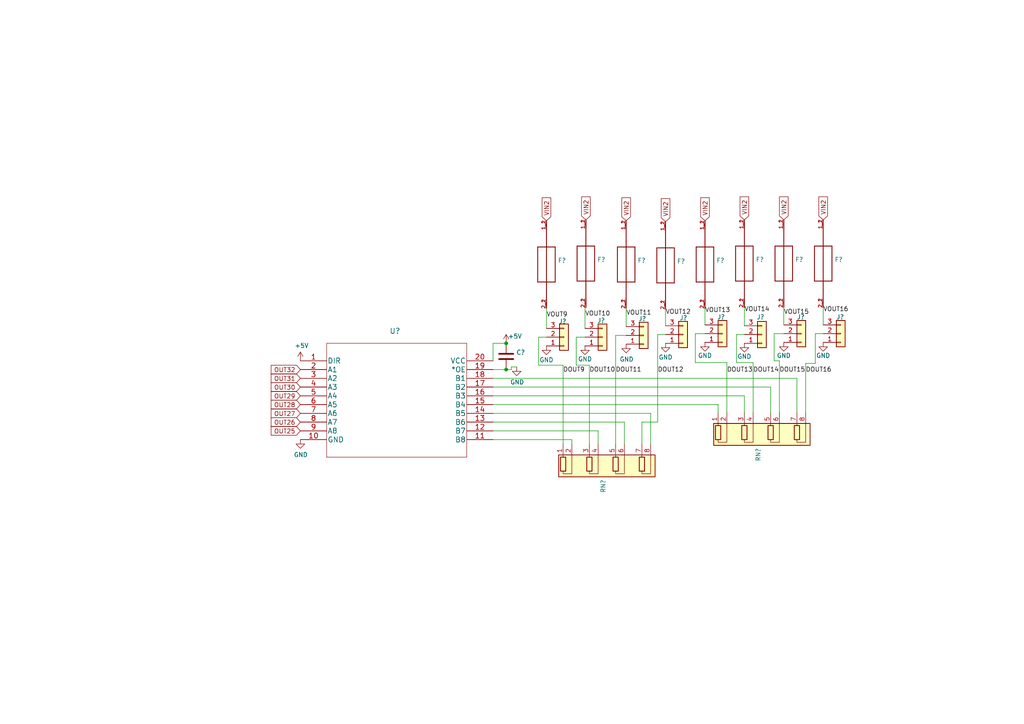
<source format=kicad_sch>
(kicad_sch (version 20211123) (generator eeschema)
  (paper "A4")
  (title_block (title "16 Expansion") (date "2022-05-08") (rev "v5") (company "Scott Hanson"))
  (lib_symbols
    (symbol "Connector_Generic:Conn_01x03" (pin_names (offset 1.016) hide)
      (property "Reference" "J" (at 0 5.08 0))
      (property "Value" "Conn_01x03" (at 0 -5.08 0))
      (symbol "Conn_01x03_1_1"
        (rectangle (start -1.27 -2.413) (end 0 -2.667) (stroke (width 0.1524)))
        (rectangle (start -1.27 0.127) (end 0 -0.127) (stroke (width 0.1524)))
        (rectangle (start -1.27 2.667) (end 0 2.413) (stroke (width 0.1524)))
        (rectangle (start -1.27 3.81) (end 1.27 -3.81) (stroke (width 0.254)) (fill (type background)))
        (pin passive line (at -5.08 2.54 0) (length 3.81) (name "Pin_1") (number "1"))
        (pin passive line (at -5.08 0 0) (length 3.81) (name "Pin_2") (number "2"))
        (pin passive line (at -5.08 -2.54 0) (length 3.81) (name "Pin_3") (number "3"))
      )
    )
    (symbol "PB_16-rescue:3544-2-Keystone_Fuse" (pin_names (offset 1.016) hide)
      (property "Reference" "F" (at -5.08 3.302 0))
      (property "Value" "3544-2-Keystone_Fuse" (at -5.08 -5.08 0))
      (symbol "3544-2-Keystone_Fuse_0_0"
        (polyline (pts (xy -12.7 0) (xy 12.7 0)) (stroke (width 0.254)))
        (polyline (pts (xy -5.08 -2.54) (xy -5.08 2.54)) (stroke (width 0.254)))
        (polyline (pts (xy -5.08 2.54) (xy 5.08 2.54)) (stroke (width 0.254)))
        (polyline (pts (xy 5.08 -2.54) (xy -5.08 -2.54)) (stroke (width 0.254)))
        (polyline (pts (xy 5.08 2.54) (xy 5.08 -2.54)) (stroke (width 0.254)))
        (pin passive line (at -12.7 0 0) (length 2.54) (name "1") (number "1_1"))
        (pin passive line (at -12.7 0 0) (length 2.54) (name "1") (number "1_2"))
        (pin passive line (at 12.7 0 180) (length 2.54) (name "2") (number "2_1"))
        (pin passive line (at 12.7 0 180) (length 2.54) (name "2") (number "2_2"))
      )
    )
    (symbol "PB_16-rescue:C-Device" (pin_numbers hide) (pin_names (offset 0.254))
      (property "Reference" "C" (at 0.635 2.54 0))
      (property "Value" "C-Device" (at 0.635 -2.54 0))
      (symbol "C-Device_0_1"
        (polyline (pts (xy -2.032 -0.762) (xy 2.032 -0.762)) (stroke (width 0.508)))
        (polyline (pts (xy -2.032 0.762) (xy 2.032 0.762)) (stroke (width 0.508)))
      )
      (symbol "C-Device_1_1"
        (pin passive line (at 0 3.81 270) (length 2.794) (name "~") (number "1"))
        (pin passive line (at 0 -3.81 90) (length 2.794) (name "~") (number "2"))
      )
    )
    (symbol "PB_16-rescue:R_Pack04_SIP-Device" (pin_names (offset 0) hide)
      (property "Reference" "RN" (at -15.24 0 90))
      (property "Value" "R_Pack04_SIP-Device" (at 15.24 0 90))
      (symbol "R_Pack04_SIP-Device_0_1"
        (rectangle (start -13.97 -1.905) (end 13.97 4.445) (stroke (width 0.254)) (fill (type background)))
        (rectangle (start -13.462 2.794) (end -11.938 -1.27) (stroke (width 0.254)))
        (rectangle (start -5.842 2.794) (end -4.318 -1.27) (stroke (width 0.254)))
        (polyline (pts (xy -12.7 2.794) (xy -12.7 3.556) (xy -10.16 3.556) (xy -10.16 -1.27)))
        (polyline (pts (xy -5.08 2.794) (xy -5.08 3.556) (xy -2.54 3.556) (xy -2.54 -1.27)))
        (polyline (pts (xy 2.54 2.794) (xy 2.54 3.556) (xy 5.08 3.556) (xy 5.08 -1.27)))
        (polyline (pts (xy 10.16 2.794) (xy 10.16 3.556) (xy 12.7 3.556) (xy 12.7 -1.27)))
        (rectangle (start 1.778 2.794) (end 3.302 -1.27) (stroke (width 0.254)))
        (rectangle (start 9.398 2.794) (end 10.922 -1.27) (stroke (width 0.254)))
      )
      (symbol "R_Pack04_SIP-Device_1_1"
        (pin passive line (at -12.7 -5.08 90) (length 3.81) (name "R1.1") (number "1"))
        (pin passive line (at -10.16 -5.08 90) (length 3.81) (name "R1.2") (number "2"))
        (pin passive line (at -5.08 -5.08 90) (length 3.81) (name "R2.1") (number "3"))
        (pin passive line (at -2.54 -5.08 90) (length 3.81) (name "R2.2") (number "4"))
        (pin passive line (at 2.54 -5.08 90) (length 3.81) (name "R3.1") (number "5"))
        (pin passive line (at 5.08 -5.08 90) (length 3.81) (name "R3.2") (number "6"))
        (pin passive line (at 10.16 -5.08 90) (length 3.81) (name "R4.1") (number "7"))
        (pin passive line (at 12.7 -5.08 90) (length 3.81) (name "R4.2") (number "8"))
      )
    )
    (symbol "PB_16-rescue:SN74HCT245N-SN74HCT245N" (pin_names (offset 0.254))
      (property "Reference" "U" (at 27.94 10.16 0))
      (property "Value" "SN74HCT245N-SN74HCT245N" (at 27.94 7.62 0))
      (symbol "SN74HCT245N-SN74HCT245N_1_0"
        (polyline (pts (xy 7.62 -27.94) (xy 48.26 -27.94)) (stroke (width 0.127)))
        (polyline (pts (xy 7.62 5.08) (xy 7.62 -27.94)) (stroke (width 0.127)))
        (polyline (pts (xy 48.26 -27.94) (xy 48.26 5.08)) (stroke (width 0.127)))
        (polyline (pts (xy 48.26 5.08) (xy 7.62 5.08)) (stroke (width 0.127)))
        (pin input line (at 0 0 0) (length 7.62) (name "DIR") (number "1"))
        (pin power_in line (at 0 -22.86 0) (length 7.62) (name "GND") (number "10"))
        (pin bidirectional line (at 55.88 -22.86 180) (length 7.62) (name "B8") (number "11"))
        (pin bidirectional line (at 55.88 -20.32 180) (length 7.62) (name "B7") (number "12"))
        (pin bidirectional line (at 55.88 -17.78 180) (length 7.62) (name "B6") (number "13"))
        (pin bidirectional line (at 55.88 -15.24 180) (length 7.62) (name "B5") (number "14"))
        (pin bidirectional line (at 55.88 -12.7 180) (length 7.62) (name "B4") (number "15"))
        (pin bidirectional line (at 55.88 -10.16 180) (length 7.62) (name "B3") (number "16"))
        (pin bidirectional line (at 55.88 -7.62 180) (length 7.62) (name "B2") (number "17"))
        (pin bidirectional line (at 55.88 -5.08 180) (length 7.62) (name "B1") (number "18"))
        (pin input line (at 55.88 -2.54 180) (length 7.62) (name "*OE") (number "19"))
        (pin bidirectional line (at 0 -2.54 0) (length 7.62) (name "A1") (number "2"))
        (pin power_in line (at 55.88 0 180) (length 7.62) (name "VCC") (number "20"))
        (pin bidirectional line (at 0 -5.08 0) (length 7.62) (name "A2") (number "3"))
        (pin bidirectional line (at 0 -7.62 0) (length 7.62) (name "A3") (number "4"))
        (pin bidirectional line (at 0 -10.16 0) (length 7.62) (name "A4") (number "5"))
        (pin bidirectional line (at 0 -12.7 0) (length 7.62) (name "A5") (number "6"))
        (pin bidirectional line (at 0 -15.24 0) (length 7.62) (name "A6") (number "7"))
        (pin bidirectional line (at 0 -17.78 0) (length 7.62) (name "A7") (number "8"))
        (pin bidirectional line (at 0 -20.32 0) (length 7.62) (name "A8") (number "9"))
      )
    )
    (symbol "power:+5V" (power) (pin_names (offset 0))
      (property "Value" "+5V" (at 0 3.556 0))
      (symbol "+5V_0_1"
        (polyline (pts (xy -0.762 1.27) (xy 0 2.54)))
        (polyline (pts (xy 0 0) (xy 0 2.54)))
        (polyline (pts (xy 0 2.54) (xy 0.762 1.27)))
      )
      (symbol "+5V_1_1"
        (pin power_in line (at 0 0 90) (length 0) hide (name "+5V") (number "1"))
      )
    )
    (symbol "power:GND" (power) (pin_names (offset 0))
      (property "Value" "GND" (at 0 -3.81 0))
      (symbol "GND_0_1"
        (polyline (pts (xy 0 0) (xy 0 -1.27) (xy 1.27 -1.27) (xy 0 -2.54) (xy -1.27 -1.27) (xy 0 -1.27)))
      )
      (symbol "GND_1_1"
        (pin power_in line (at 0 0 270) (length 0) hide (name "GND") (number "1"))
      )
    )
  )
  (junction (at 146.812 107.188))
  (junction (at 146.812 99.568))
  (wire (pts (xy 143.002 127.508) (xy 165.862 127.508)))
  (wire (pts (xy 181.102 122.428) (xy 181.102 128.778)))
  (wire (pts (xy 204.47 94.234) (xy 204.47 89.408)))
  (wire (pts (xy 163.322 128.778) (xy 163.322 105.918)))
  (wire (pts (xy 178.562 97.282) (xy 181.61 97.282)))
  (wire (pts (xy 215.9 89.154) (xy 215.9 94.488)))
  (wire (pts (xy 215.9 119.634) (xy 215.9 114.808)))
  (wire (pts (xy 213.614 97.028) (xy 213.614 105.156)))
  (wire (pts (xy 148.336 107.188) (xy 146.812 107.188)))
  (wire (pts (xy 143.002 117.348) (xy 208.28 117.348)))
  (wire (pts (xy 190.754 97.028) (xy 190.754 122.428)))
  (wire (pts (xy 204.47 96.774) (xy 201.676 96.774)))
  (wire (pts (xy 149.86 106.426) (xy 148.336 106.426)))
  (wire (pts (xy 215.9 97.028) (xy 213.614 97.028)))
  (wire (pts (xy 169.672 89.154) (xy 169.926 89.154)))
  (wire (pts (xy 226.06 119.634) (xy 226.06 104.648)))
  (wire (pts (xy 201.676 105.156) (xy 210.82 105.156)))
  (wire (pts (xy 143.002 122.428) (xy 181.102 122.428)))
  (wire (pts (xy 231.14 109.728) (xy 231.14 119.634)))
  (wire (pts (xy 236.474 105.41) (xy 236.474 96.774)))
  (wire (pts (xy 201.676 96.774) (xy 201.676 105.156)))
  (wire (pts (xy 156.21 97.79) (xy 158.496 97.79)))
  (wire (pts (xy 188.722 119.888) (xy 188.722 128.778)))
  (wire (pts (xy 148.336 106.426) (xy 148.336 107.188)))
  (wire (pts (xy 218.44 105.156) (xy 218.44 119.634)))
  (wire (pts (xy 227.33 89.154) (xy 227.33 94.234)))
  (wire (pts (xy 165.862 127.508) (xy 165.862 128.778)))
  (wire (pts (xy 178.562 128.778) (xy 178.562 97.282)))
  (wire (pts (xy 233.68 105.41) (xy 236.474 105.41)))
  (wire (pts (xy 158.496 89.408) (xy 158.496 95.25)))
  (wire (pts (xy 223.52 112.268) (xy 223.52 119.634)))
  (wire (pts (xy 167.132 105.918) (xy 167.132 97.79)))
  (wire (pts (xy 163.322 105.918) (xy 156.21 105.918)))
  (wire (pts (xy 213.614 105.156) (xy 218.44 105.156)))
  (wire (pts (xy 193.04 94.488) (xy 193.04 89.662)))
  (wire (pts (xy 169.672 95.25) (xy 169.672 89.154)))
  (wire (pts (xy 173.482 124.968) (xy 173.482 128.778)))
  (wire (pts (xy 143.002 119.888) (xy 188.722 119.888)))
  (wire (pts (xy 238.76 94.234) (xy 238.76 89.154)))
  (wire (pts (xy 224.536 96.774) (xy 227.33 96.774)))
  (wire (pts (xy 190.754 122.428) (xy 186.182 122.428)))
  (wire (pts (xy 226.06 104.648) (xy 224.536 104.648)))
  (wire (pts (xy 143.002 109.728) (xy 231.14 109.728)))
  (wire (pts (xy 208.28 117.348) (xy 208.28 119.634)))
  (wire (pts (xy 143.002 112.268) (xy 223.52 112.268)))
  (wire (pts (xy 143.002 124.968) (xy 173.482 124.968)))
  (wire (pts (xy 236.474 96.774) (xy 238.76 96.774)))
  (wire (pts (xy 143.002 114.808) (xy 215.9 114.808)))
  (wire (pts (xy 156.21 105.918) (xy 156.21 97.79)))
  (wire (pts (xy 170.942 105.918) (xy 167.132 105.918)))
  (wire (pts (xy 181.61 89.408) (xy 181.61 94.742)))
  (wire (pts (xy 146.812 99.568) (xy 143.002 99.568)))
  (wire (pts (xy 186.182 122.428) (xy 186.182 128.778)))
  (wire (pts (xy 143.002 99.568) (xy 143.002 104.648)))
  (wire (pts (xy 193.04 97.028) (xy 190.754 97.028)))
  (wire (pts (xy 224.536 104.648) (xy 224.536 96.774)))
  (wire (pts (xy 146.812 107.188) (xy 143.002 107.188)))
  (wire (pts (xy 210.82 105.156) (xy 210.82 119.634)))
  (wire (pts (xy 169.672 97.79) (xy 167.132 97.79)))
  (wire (pts (xy 170.942 128.778) (xy 170.942 105.918)))
  (wire (pts (xy 233.68 119.634) (xy 233.68 105.41)))
  (label "DOUT16" (at 233.68 108.204 0))
  (label "VOUT10" (at 169.672 91.948 0))
  (label "VOUT15" (at 227.33 91.44 0))
  (label "VOUT12" (at 193.04 91.44 0))
  (label "DOUT13" (at 210.82 108.204 0))
  (label "DOUT11" (at 178.562 108.204 0))
  (label "VOUT16" (at 238.76 90.678 0))
  (label "VOUT11" (at 181.61 91.694 0))
  (label "DOUT10" (at 170.942 108.204 0))
  (label "DOUT15" (at 226.06 108.204 0))
  (label "DOUT9" (at 163.322 108.204 0))
  (label "DOUT14" (at 218.44 108.204 0))
  (label "DOUT12" (at 190.754 108.204 0))
  (label "VOUT14" (at 215.9 90.678 0))
  (label "VOUT13" (at 204.47 90.932 0))
  (label "VOUT9" (at 158.496 92.202 0))
  (global_label "OUT30" (shape input) (at 87.122 112.268 180) (property "Intersheet References" "${INTERSHEET_REFS}" (effects hide)))
  (global_label "VIN2" (shape input) (at 193.04 64.262 90) (property "Intersheet References" "${INTERSHEET_REFS}" (effects hide)))
  (global_label "OUT25" (shape input) (at 87.122 124.968 180) (property "Intersheet References" "${INTERSHEET_REFS}" (effects hide)))
  (global_label "OUT26" (shape input) (at 87.122 122.428 180) (property "Intersheet References" "${INTERSHEET_REFS}" (effects hide)))
  (global_label "VIN2" (shape input) (at 215.9 63.754 90) (property "Intersheet References" "${INTERSHEET_REFS}" (effects hide)))
  (global_label "OUT27" (shape input) (at 87.122 119.888 180) (property "Intersheet References" "${INTERSHEET_REFS}" (effects hide)))
  (global_label "OUT28" (shape input) (at 87.122 117.348 180) (property "Intersheet References" "${INTERSHEET_REFS}" (effects hide)))
  (global_label "VIN2" (shape input) (at 227.33 63.754 90) (property "Intersheet References" "${INTERSHEET_REFS}" (effects hide)))
  (global_label "VIN2" (shape input) (at 238.76 63.754 90) (property "Intersheet References" "${INTERSHEET_REFS}" (effects hide)))
  (global_label "VIN2" (shape input) (at 204.47 64.008 90) (property "Intersheet References" "${INTERSHEET_REFS}" (effects hide)))
  (global_label "OUT32" (shape input) (at 87.122 107.188 180) (property "Intersheet References" "${INTERSHEET_REFS}" (effects hide)))
  (global_label "VIN2" (shape input) (at 158.496 64.008 90) (property "Intersheet References" "${INTERSHEET_REFS}" (effects hide)))
  (global_label "VIN2" (shape input) (at 181.61 64.008 90) (property "Intersheet References" "${INTERSHEET_REFS}" (effects hide)))
  (global_label "OUT31" (shape input) (at 87.122 109.728 180) (property "Intersheet References" "${INTERSHEET_REFS}" (effects hide)))
  (global_label "VIN2" (shape input) (at 169.926 63.754 90) (property "Intersheet References" "${INTERSHEET_REFS}" (effects hide)))
  (global_label "OUT29" (shape input) (at 87.122 114.808 180) (property "Intersheet References" "${INTERSHEET_REFS}" (effects hide)))
  (symbol (lib_id "Connector_Generic:Conn_01x03") (at 163.576 97.79 0) (mirror x) (unit 1)
    (property "Reference" "J?" (at 162.052 93.218 0) (effects (justify left)))
    (property "Digi-Key_PN" "277-5737-ND/ED10555-ND" (effects hide))
    (property "MPN" "1843619/OSTTJ0311530" (effects hide))
  )
  (symbol (lib_id "Connector_Generic:Conn_01x03") (at 174.752 97.79 0) (mirror x) (unit 1)
    (property "Reference" "J?" (at 173.228 92.964 0) (effects (justify left)))
    (property "Digi-Key_PN" "277-5737-ND/ED10555-ND" (effects hide))
    (property "MPN" "1843619/OSTTJ0311530" (effects hide))
  )
  (symbol (lib_id "Connector_Generic:Conn_01x03") (at 186.69 97.282 0) (mirror x) (unit 1)
    (property "Reference" "J?" (at 185.166 92.456 0) (effects (justify left)))
    (property "Digi-Key_PN" "277-5737-ND/ED10555-ND" (effects hide))
    (property "MPN" "1843619/OSTTJ0311530" (effects hide))
  )
  (symbol (lib_id "Connector_Generic:Conn_01x03") (at 198.12 97.028 0) (mirror x) (unit 1)
    (property "Reference" "J?" (at 197.104 92.202 0) (effects (justify left)))
    (property "Digi-Key_PN" "277-5737-ND/ED10555-ND" (effects hide))
    (property "MPN" "1843619/OSTTJ0311530" (effects hide))
  )
  (symbol (lib_id "Connector_Generic:Conn_01x03") (at 209.55 96.774 0) (mirror x) (unit 1)
    (property "Reference" "J?" (at 208.026 91.948 0) (effects (justify left)))
    (property "Digi-Key_PN" "277-5737-ND/ED10555-ND" (effects hide))
    (property "MPN" "1843619/OSTTJ0311530" (effects hide))
  )
  (symbol (lib_id "Connector_Generic:Conn_01x03") (at 220.98 97.028 0) (mirror x) (unit 1)
    (property "Reference" "J?" (at 219.456 91.948 0) (effects (justify left)))
    (property "Digi-Key_PN" "277-5737-ND/ED10555-ND" (effects hide))
    (property "MPN" "1843619/OSTTJ0311530" (effects hide))
  )
  (symbol (lib_id "Connector_Generic:Conn_01x03") (at 232.41 96.774 0) (mirror x) (unit 1)
    (property "Reference" "J?" (at 231.14 91.948 0) (effects (justify left)))
    (property "Digi-Key_PN" "277-5737-ND/ED10555-ND" (effects hide))
    (property "MPN" "1843619/OSTTJ0311530" (effects hide))
  )
  (symbol (lib_id "Connector_Generic:Conn_01x03") (at 243.84 96.774 0) (mirror x) (unit 1)
    (property "Reference" "J?" (at 242.57 91.948 0) (effects (justify left)))
    (property "Digi-Key_PN" "277-5737-ND/ED10555-ND" (effects hide))
    (property "MPN" "1843619/OSTTJ0311530" (effects hide))
  )
  (symbol (lib_id "power:GND") (at 158.496 100.33 0) (unit 1)
    (property "Reference" "#PWR?" (effects hide))
  )
  (symbol (lib_id "power:GND") (at 169.672 100.33 0) (unit 1)
    (property "Reference" "#PWR?" (effects hide))
  )
  (symbol (lib_id "power:GND") (at 181.61 99.822 0) (unit 1)
    (property "Reference" "#PWR?" (effects hide))
  )
  (symbol (lib_id "power:GND") (at 193.04 99.568 0) (unit 1)
    (property "Reference" "#PWR?" (effects hide))
  )
  (symbol (lib_id "power:GND") (at 204.47 99.314 0) (unit 1)
    (property "Reference" "#PWR?" (effects hide))
  )
  (symbol (lib_id "power:GND") (at 215.9 99.568 0) (unit 1)
    (property "Reference" "#PWR?" (effects hide))
  )
  (symbol (lib_id "power:GND") (at 227.33 99.314 0) (unit 1)
    (property "Reference" "#PWR?" (effects hide))
  )
  (symbol (lib_id "power:GND") (at 238.76 99.314 0) (unit 1)
    (property "Reference" "#PWR?" (effects hide))
  )
  (symbol (lib_id "PB_16-rescue:3544-2-Keystone_Fuse") (at 169.926 76.454 270) (unit 1)
    (property "Reference" "F?" (at 173.228 75.2856 90) (effects (justify left)))
    (property "Field4" "3544-2" (effects hide))
    (property "Field5" "None" (effects hide))
    (property "Field6" "Unavailable" (effects hide))
    (property "Field7" "Fuse Clip; 500 VAC; 30 A; PCB; For 0.110 in. x 0.032 in. mini blade fuses" (effects hide))
    (property "Field8" "Keystone Electronics" (effects hide))
    (property "Digi-Key_PN" "36-3544-2-ND" (effects hide))
    (property "MPN" "3544-2" (effects hide))
  )
  (symbol (lib_id "PB_16-rescue:3544-2-Keystone_Fuse") (at 181.61 76.708 270) (unit 1)
    (property "Reference" "F?" (at 184.912 75.5396 90) (effects (justify left)))
    (property "Field4" "3544-2" (effects hide))
    (property "Field5" "None" (effects hide))
    (property "Field6" "Unavailable" (effects hide))
    (property "Field7" "Fuse Clip; 500 VAC; 30 A; PCB; For 0.110 in. x 0.032 in. mini blade fuses" (effects hide))
    (property "Field8" "Keystone Electronics" (effects hide))
    (property "Digi-Key_PN" "36-3544-2-ND" (effects hide))
    (property "MPN" "3544-2" (effects hide))
  )
  (symbol (lib_id "PB_16-rescue:3544-2-Keystone_Fuse") (at 193.04 76.962 270) (unit 1)
    (property "Reference" "F?" (at 196.342 75.7936 90) (effects (justify left)))
    (property "Field4" "3544-2" (effects hide))
    (property "Field5" "None" (effects hide))
    (property "Field6" "Unavailable" (effects hide))
    (property "Field7" "Fuse Clip; 500 VAC; 30 A; PCB; For 0.110 in. x 0.032 in. mini blade fuses" (effects hide))
    (property "Field8" "Keystone Electronics" (effects hide))
    (property "Digi-Key_PN" "36-3544-2-ND" (effects hide))
    (property "MPN" "3544-2" (effects hide))
  )
  (symbol (lib_id "PB_16-rescue:3544-2-Keystone_Fuse") (at 204.47 76.708 270) (unit 1)
    (property "Reference" "F?" (at 207.772 75.5396 90) (effects (justify left)))
    (property "Field4" "3544-2" (effects hide))
    (property "Field5" "None" (effects hide))
    (property "Field6" "Unavailable" (effects hide))
    (property "Field7" "Fuse Clip; 500 VAC; 30 A; PCB; For 0.110 in. x 0.032 in. mini blade fuses" (effects hide))
    (property "Field8" "Keystone Electronics" (effects hide))
    (property "Digi-Key_PN" "36-3544-2-ND" (effects hide))
    (property "MPN" "3544-2" (effects hide))
  )
  (symbol (lib_id "PB_16-rescue:3544-2-Keystone_Fuse") (at 215.9 76.454 270) (unit 1)
    (property "Reference" "F?" (at 219.202 75.2856 90) (effects (justify left)))
    (property "Field4" "3544-2" (effects hide))
    (property "Field5" "None" (effects hide))
    (property "Field6" "Unavailable" (effects hide))
    (property "Field7" "Fuse Clip; 500 VAC; 30 A; PCB; For 0.110 in. x 0.032 in. mini blade fuses" (effects hide))
    (property "Field8" "Keystone Electronics" (effects hide))
    (property "Digi-Key_PN" "36-3544-2-ND" (effects hide))
    (property "MPN" "3544-2" (effects hide))
  )
  (symbol (lib_id "PB_16-rescue:3544-2-Keystone_Fuse") (at 227.33 76.454 270) (unit 1)
    (property "Reference" "F?" (at 230.632 75.2856 90) (effects (justify left)))
    (property "Field4" "3544-2" (effects hide))
    (property "Field5" "None" (effects hide))
    (property "Field6" "Unavailable" (effects hide))
    (property "Field7" "Fuse Clip; 500 VAC; 30 A; PCB; For 0.110 in. x 0.032 in. mini blade fuses" (effects hide))
    (property "Field8" "Keystone Electronics" (effects hide))
    (property "Digi-Key_PN" "36-3544-2-ND" (effects hide))
    (property "MPN" "3544-2" (effects hide))
  )
  (symbol (lib_id "PB_16-rescue:3544-2-Keystone_Fuse") (at 238.76 76.454 270) (unit 1)
    (property "Reference" "F?" (at 242.062 75.2856 90) (effects (justify left)))
    (property "Field4" "3544-2" (effects hide))
    (property "Field5" "None" (effects hide))
    (property "Field6" "Unavailable" (effects hide))
    (property "Field7" "Fuse Clip; 500 VAC; 30 A; PCB; For 0.110 in. x 0.032 in. mini blade fuses" (effects hide))
    (property "Field8" "Keystone Electronics" (effects hide))
    (property "Digi-Key_PN" "36-3544-2-ND" (effects hide))
    (property "MPN" "3544-2" (effects hide))
  )
  (symbol (lib_id "power:GND") (at 149.86 106.426 0) (unit 1)
    (property "Reference" "#PWR?" (effects hide))
  )
  (symbol (lib_id "power:+5V") (at 87.122 104.648 0) (unit 1)
    (property "Reference" "#PWR?" (effects hide))
  )
  (symbol (lib_id "power:GND") (at 87.122 127.508 0) (unit 1)
    (property "Reference" "#PWR?" (effects hide))
  )
  (symbol (lib_id "PB_16-rescue:C-Device") (at 146.812 103.378 0) (unit 1)
    (property "Reference" "C?" (at 149.733 102.2096 0) (effects (justify left)))
    (property "Digi-Key_PN" "478-7336-1-ND" (effects hide))
    (property "MPN" "SR215C104KARTR1" (effects hide))
  )
  (symbol (lib_id "power:+5V") (at 146.812 99.568 0) (unit 1)
    (property "Reference" "#PWR?" (effects hide))
  )
  (symbol (lib_id "PB_16-rescue:R_Pack04_SIP-Device") (at 220.98 124.714 0) (mirror x) (unit 1)
    (property "Reference" "RN?" (at 219.9132 129.921 90) (effects (justify left)))
    (property "Datasheet" "http://www.vishay.com/docs/31509/csc.pdf" (effects hide))
    (property "Digi-Key_PN" "4608X-2-330LF-ND" (effects hide))
    (property "MPN" "4608X-102-330LF" (effects hide))
  )
  (symbol (lib_id "PB_16-rescue:SN74HCT245N-SN74HCT245N") (at 87.122 104.648 0) (unit 1)
    (property "Reference" "U?" (at 114.554 96.012 0) (effects (font (size 1.524 1.524))))
    (property "Digi-Key_PN" "296-1612-5-ND" (effects hide))
    (property "MPN" "SN74HCT245N" (effects hide))
  )
  (symbol (lib_id "PB_16-rescue:3544-2-Keystone_Fuse") (at 158.496 76.708 270) (unit 1)
    (property "Reference" "F?" (at 161.798 75.5396 90) (effects (justify left)))
    (property "Field4" "3544-2" (effects hide))
    (property "Field5" "None" (effects hide))
    (property "Field6" "Unavailable" (effects hide))
    (property "Field7" "Fuse Clip; 500 VAC; 30 A; PCB; For 0.110 in. x 0.032 in. mini blade fuses" (effects hide))
    (property "Field8" "Keystone Electronics" (effects hide))
    (property "Digi-Key_PN" "36-3544-2-ND" (effects hide))
    (property "MPN" "3544-2" (effects hide))
  )
  (symbol (lib_id "PB_16-rescue:R_Pack04_SIP-Device") (at 176.022 133.858 0) (mirror x) (unit 1)
    (property "Reference" "RN?" (at 174.9552 139.065 90) (effects (justify left)))
    (property "Datasheet" "http://www.vishay.com/docs/31509/csc.pdf" (effects hide))
    (property "Digi-Key_PN" "4608X-2-330LF-ND" (effects hide))
    (property "MPN" "4608X-102-330LF" (effects hide))
  )
)
</source>
